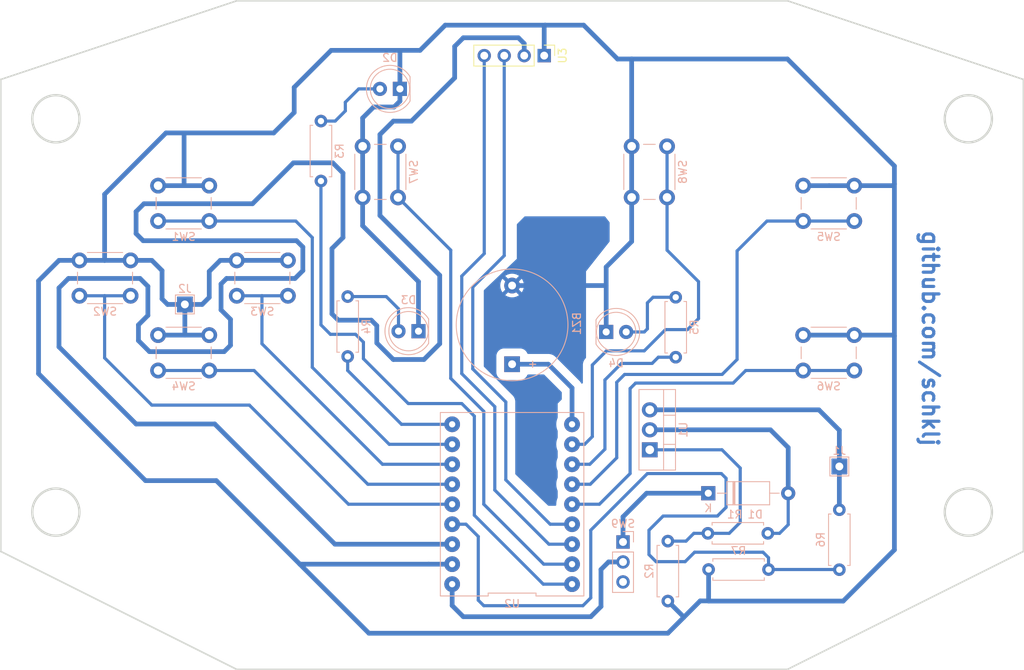
<source format=kicad_pcb>
(kicad_pcb (version 20240108) (generator "pcbnew") (generator_version "8.0")
  (title_block (title "TETRIS") (date "2025-03-30") (rev "2") (company "shklj"))
  (layers (0 "F.Cu" signal) (31 "B.Cu" signal) (34 "B.Paste" user) (35 "F.Paste" user) (36 "B.SilkS" user "B.Silkscreen") (37 "F.SilkS" user "F.Silkscreen") (38 "B.Mask" user) (39 "F.Mask" user) (44 "Edge.Cuts" user))
  (net 0 "")
  (net 1 "GND")
  (net 2 "Net-(D1-A)")
  (net 3 "Net-(D1-K)")
  (net 4 "Net-(D2-A)")
  (net 5 "Net-(D3-A)")
  (net 6 "Net-(D4-A)")
  (net 7 "Net-(J1-Pin_1)")
  (net 8 "Net-(U1-ADJ)")
  (net 10 "Buzzer")
  (net 11 "LED_Mute")
  (net 12 "LED_User_2")
  (net 13 "BUTT_Main_Menu")
  (net 14 "LED_User_1")
  (net 15 "BUTT_Up")
  (net 16 "BUTT_Action_A")
  (net 17 "BUTT_Action_B")
  (net 18 "BUTT_Mute")
  (net 19 "BATT_Voltage")
  (net 20 "BUTT_Left")
  (net 21 "BUTT_Right")
  (net 22 "BUTT_Down")
  (net 23 "+5V")
  (net 24 "SDA")
  (net 25 "+3.3V")
  (net 26 "SCL")
  (footprint "Connector_PinHeader_2.54mm:PinHeader_1x04_P2.54mm_Vertical" (layer "F.Cu") (at 154.08 41.97 -90)
    (property "Reference" "U3" (at 0 -2.33 90) (layer "F.SilkS"))
    (property "Value" "~")
    (pad "1" thru_hole rect (at 0 0 270) (size 1.7 1.7) (drill 1) (layers "*.Cu" "*.Mask") (net 1 "GND"))
    (pad "2" thru_hole oval (at 0 2.54 270) (size 1.7 1.7) (drill 1) (layers "*.Cu" "*.Mask") (net 25 "+3.3V"))
    (pad "3" thru_hole oval (at 0 5.08 270) (size 1.7 1.7) (drill 1) (layers "*.Cu" "*.Mask") (net 26 "SCL"))
    (pad "4" thru_hole oval (at 0 7.62 270) (size 1.7 1.7) (drill 1) (layers "*.Cu" "*.Mask") (net 24 "SDA"))
  )
  (footprint "Button_Switch_THT:SW_PUSH_6mm" (layer "B.Cu") (at 187 63)
    (property "Reference" "SW5" (at 3.25 2 0) (layer "B.SilkS") (effects (justify mirror)))
    (property "Value" "ACTION_A")
    (pad "1" thru_hole circle (at 0 0 270) (size 2 2) (drill 1.1) (layers "*.Cu" "*.Mask") (net 16 "BUTT_Action_A"))
    (pad "1" thru_hole circle (at 6.5 0 270) (size 2 2) (drill 1.1) (layers "*.Cu" "*.Mask") (net 16 "BUTT_Action_A"))
    (pad "2" thru_hole circle (at 0 -4.5 270) (size 2 2) (drill 1.1) (layers "*.Cu" "*.Mask") (net 1 "GND"))
    (pad "2" thru_hole circle (at 6.5 -4.5 270) (size 2 2) (drill 1.1) (layers "*.Cu" "*.Mask") (net 1 "GND"))
  )
  (footprint "Connector_PinHeader_2.54mm:PinHeader_1x03_P2.54mm_Vertical" (layer "B.Cu") (at 164.1 103.8 180)
    (property "Reference" "SW9" (at 0 2.33 0) (layer "B.SilkS") (effects (justify mirror)))
    (property "Value" "SW_SPDT_312")
    (pad "1" thru_hole rect (at 0 0 180) (size 1.7 1.7) (drill 1) (layers "*.Cu" "*.Mask") (net 3 "Net-(D1-K)"))
    (pad "2" thru_hole oval (at 0 -2.54 180) (size 1.7 1.7) (drill 1) (layers "*.Cu" "*.Mask") (net 23 "+5V"))
    (pad "3" thru_hole oval (at 0 -5.08 180) (size 1.7 1.7) (drill 1) (layers "*.Cu" "*.Mask"))
  )
  (footprint "Button_Switch_THT:SW_PUSH_6mm" (layer "B.Cu") (at 169.7 60 90)
    (property "Reference" "SW8" (at 3.25 2 90) (layer "B.SilkS") (effects (justify mirror)))
    (property "Value" "MAIN_MENU")
    (pad "1" thru_hole circle (at 0 0) (size 2 2) (drill 1.1) (layers "*.Cu" "*.Mask") (net 13 "BUTT_Main_Menu"))
    (pad "1" thru_hole circle (at 6.5 0) (size 2 2) (drill 1.1) (layers "*.Cu" "*.Mask") (net 13 "BUTT_Main_Menu"))
    (pad "2" thru_hole circle (at 0 -4.5) (size 2 2) (drill 1.1) (layers "*.Cu" "*.Mask") (net 1 "GND"))
    (pad "2" thru_hole circle (at 6.5 -4.5) (size 2 2) (drill 1.1) (layers "*.Cu" "*.Mask") (net 1 "GND"))
  )
  (footprint "Diode_THT:D_A-405_P10.16mm_Horizontal" (layer "B.Cu") (at 174.94 97.6)
    (property "Reference" "D1" (at 5.96 2.7 0) (layer "B.SilkS") (effects (justify mirror)))
    (property "Value" "D")
    (fp_text user "K" (at 0 1.9 0) (layer "B.SilkS") (effects (justify mirror)))
    (pad "1" thru_hole rect (at 0 0) (size 1.8 1.8) (drill 0.9) (layers "*.Cu" "*.Mask") (net 3 "Net-(D1-K)"))
    (pad "2" thru_hole oval (at 10.16 0) (size 1.8 1.8) (drill 0.9) (layers "*.Cu" "*.Mask") (net 2 "Net-(D1-A)"))
  )
  (footprint "Package_TO_SOT_THT:TO-220-3_Vertical" (layer "B.Cu") (at 167.5 92.08 90)
    (property "Reference" "U1" (at 2.54 4.27 90) (layer "B.SilkS") (effects (justify mirror)))
    (property "Value" "LM317_TO-220")
    (pad "1" thru_hole rect (at 0 0 90) (size 1.905 2) (drill 1.1) (layers "*.Cu" "*.Mask") (net 8 "Net-(U1-ADJ)"))
    (pad "2" thru_hole oval (at 2.54 0 90) (size 1.905 2) (drill 1.1) (layers "*.Cu" "*.Mask") (net 2 "Net-(D1-A)"))
    (pad "3" thru_hole oval (at 5.08 0 90) (size 1.905 2) (drill 1.1) (layers "*.Cu" "*.Mask") (net 7 "Net-(J1-Pin_1)"))
  )
  (footprint "Resistor_THT:R_Axial_DIN0207_L6.3mm_D2.5mm_P7.62mm_Horizontal" (layer "B.Cu") (at 170.8 80.31 90)
    (property "Reference" "R5" (at 3.81 2.37 90) (layer "B.SilkS") (effects (justify mirror)))
    (property "Value" "180")
    (pad "1" thru_hole circle (at 0 0 90) (size 1.6 1.6) (drill 0.8) (layers "*.Cu" "*.Mask") (net 14 "LED_User_1"))
    (pad "2" thru_hole oval (at 7.62 0 90) (size 1.6 1.6) (drill 0.8) (layers "*.Cu" "*.Mask") (net 6 "Net-(D4-A)"))
  )
  (footprint "LED_THT:LED_D5.0mm" (layer "B.Cu") (at 138.1 77 180)
    (property "Reference" "D3" (at 1.27 3.96 0) (layer "B.SilkS") (effects (justify mirror)))
    (property "Value" "LED_USER_2")
    (pad "1" thru_hole rect (at 0 0 180) (size 1.8 1.8) (drill 0.9) (layers "*.Cu" "*.Mask") (net 1 "GND"))
    (pad "2" thru_hole circle (at 2.54 0 180) (size 1.8 1.8) (drill 0.9) (layers "*.Cu" "*.Mask") (net 5 "Net-(D3-A)"))
  )
  (footprint "TestPoint:TestPoint_THTPad_2.0x2.0mm_Drill1.0mm" (layer "B.Cu") (at 108.4 73.6 180)
    (property "Reference" "J2" (at 0 1.998 0) (layer "B.SilkS") (effects (justify mirror)))
    (property "Value" "GND")
    (pad "1" thru_hole rect (at 0 0 180) (size 2 2) (drill 1) (layers "*.Cu" "*.Mask") (net 1 "GND"))
  )
  (footprint "Resistor_THT:R_Axial_DIN0207_L6.3mm_D2.5mm_P7.62mm_Horizontal" (layer "B.Cu") (at 191.6 99.7 -90)
    (property "Reference" "R6" (at 3.81 2.37 90) (layer "B.SilkS") (effects (justify mirror)))
    (property "Value" "5k1")
    (pad "1" thru_hole circle (at 0 0 270) (size 1.6 1.6) (drill 0.8) (layers "*.Cu" "*.Mask") (net 7 "Net-(J1-Pin_1)"))
    (pad "2" thru_hole oval (at 7.62 0 270) (size 1.6 1.6) (drill 0.8) (layers "*.Cu" "*.Mask") (net 19 "BATT_Voltage"))
  )
  (footprint "Button_Switch_THT:SW_PUSH_6mm" (layer "B.Cu") (at 187 82)
    (property "Reference" "SW6" (at 3.25 2 0) (layer "B.SilkS") (effects (justify mirror)))
    (property "Value" "ACTION_B")
    (pad "1" thru_hole circle (at 0 0 270) (size 2 2) (drill 1.1) (layers "*.Cu" "*.Mask") (net 17 "BUTT_Action_B"))
    (pad "1" thru_hole circle (at 6.5 0 270) (size 2 2) (drill 1.1) (layers "*.Cu" "*.Mask") (net 17 "BUTT_Action_B"))
    (pad "2" thru_hole circle (at 0 -4.5 270) (size 2 2) (drill 1.1) (layers "*.Cu" "*.Mask") (net 1 "GND"))
    (pad "2" thru_hole circle (at 6.5 -4.5 270) (size 2 2) (drill 1.1) (layers "*.Cu" "*.Mask") (net 1 "GND"))
  )
  (footprint "Button_Switch_THT:SW_PUSH_6mm" (layer "B.Cu") (at 105 82)
    (property "Reference" "SW4" (at 3.25 2 0) (layer "B.SilkS") (effects (justify mirror)))
    (property "Value" "DOWN")
    (pad "1" thru_hole circle (at 0 0 270) (size 2 2) (drill 1.1) (layers "*.Cu" "*.Mask") (net 22 "BUTT_Down"))
    (pad "1" thru_hole circle (at 6.5 0 270) (size 2 2) (drill 1.1) (layers "*.Cu" "*.Mask") (net 22 "BUTT_Down"))
    (pad "2" thru_hole circle (at 0 -4.5 270) (size 2 2) (drill 1.1) (layers "*.Cu" "*.Mask") (net 1 "GND"))
    (pad "2" thru_hole circle (at 6.5 -4.5 270) (size 2 2) (drill 1.1) (layers "*.Cu" "*.Mask") (net 1 "GND"))
  )
  (footprint "TestPoint:TestPoint_THTPad_2.0x2.0mm_Drill1.0mm" (layer "B.Cu") (at 191.6 94.2 180)
    (property "Reference" "J1" (at 0 1.998 0) (layer "B.SilkS") (effects (justify mirror)))
    (property "Value" "Vbatt")
    (pad "1" thru_hole rect (at 0 0 180) (size 2 2) (drill 1) (layers "*.Cu" "*.Mask") (net 7 "Net-(J1-Pin_1)"))
  )
  (footprint "RP2040:PR2040-Zero" (layer "B.Cu") (at 150 99 90)
    (property "Reference" "U2" (at -12.66 0 0) (layer "B.SilkS") (effects (justify mirror)))
    (property "Value" "~")
    (pad "1" thru_hole circle (at -10.16 -7.62 90) (size 2 2) (drill 0.8) (layers "*.Cu" "*.Mask") (net 23 "+5V"))
    (pad "2" thru_hole circle (at -7.62 -7.62 90) (size 2 2) (drill 0.8) (layers "*.Cu" "*.Mask") (net 1 "GND"))
    (pad "3" thru_hole circle (at -5.08 -7.62 90) (size 2 2) (drill 0.8) (layers "*.Cu" "*.Mask") (net 25 "+3.3V"))
    (pad "4" thru_hole circle (at -2.54 -7.62 90) (size 2 2) (drill 0.8) (layers "*.Cu" "*.Mask") (net 19 "BATT_Voltage"))
    (pad "5" thru_hole circle (at 0 -7.62 90) (size 2 2) (drill 0.8) (layers "*.Cu" "*.Mask") (net 21 "BUTT_Right"))
    (pad "6" thru_hole circle (at 2.54 -7.62 90) (size 2 2) (drill 0.8) (layers "*.Cu" "*.Mask") (net 22 "BUTT_Down"))
    (pad "7" thru_hole circle (at 5.08 -7.62 90) (size 2 2) (drill 0.8) (layers "*.Cu" "*.Mask") (net 20 "BUTT_Left"))
    (pad "8" thru_hole circle (at 7.62 -7.62 90) (size 2 2) (drill 0.8) (layers "*.Cu" "*.Mask") (net 15 "BUTT_Up"))
    (pad "9" thru_hole circle (at 10.16 -7.62 90) (size 2 2) (drill 0.8) (layers "*.Cu" "*.Mask") (net 12 "LED_User_2"))
    (pad "15" thru_hole circle (at 10.16 7.62 90) (size 2 2) (drill 0.8) (layers "*.Cu" "*.Mask") (net 10 "Buzzer"))
    (pad "16" thru_hole circle (at 7.62 7.62 90) (size 2 2) (drill 0.8) (layers "*.Cu" "*.Mask") (net 13 "BUTT_Main_Menu"))
    (pad "17" thru_hole circle (at 5.08 7.62 90) (size 2 2) (drill 0.8) (layers "*.Cu" "*.Mask") (net 14 "LED_User_1"))
    (pad "18" thru_hole circle (at 2.54 7.62 90) (size 2 2) (drill 0.8) (layers "*.Cu" "*.Mask") (net 16 "BUTT_Action_A"))
    (pad "19" thru_hole circle (at 0 7.62 90) (size 2 2) (drill 0.8) (layers "*.Cu" "*.Mask") (net 17 "BUTT_Action_B"))
    (pad "20" thru_hole circle (at -2.54 7.62 90) (size 2 2) (drill 0.8) (layers "*.Cu" "*.Mask") (net 26 "SCL"))
    (pad "21" thru_hole circle (at -5.08 7.62 90) (size 2 2) (drill 0.8) (layers "*.Cu" "*.Mask") (net 24 "SDA"))
    (pad "22" thru_hole circle (at -7.62 7.62 90) (size 2 2) (drill 0.8) (layers "*.Cu" "*.Mask") (net 18 "BUTT_Mute"))
    (pad "23" thru_hole circle (at -10.16 7.62 90) (size 2 2) (drill 0.8) (layers "*.Cu" "*.Mask") (net 11 "LED_Mute"))
  )
  (footprint "Resistor_THT:R_Axial_DIN0207_L6.3mm_D2.5mm_P7.62mm_Horizontal" (layer "B.Cu") (at 182.6 107.3 180)
    (property "Reference" "R7" (at 3.81 2.37 0) (layer "B.SilkS") (effects (justify mirror)))
    (property "Value" "5k1")
    (pad "1" thru_hole circle (at 0 0 180) (size 1.6 1.6) (drill 0.8) (layers "*.Cu" "*.Mask") (net 19 "BATT_Voltage"))
    (pad "2" thru_hole oval (at 7.62 0 180) (size 1.6 1.6) (drill 0.8) (layers "*.Cu" "*.Mask") (net 1 "GND"))
  )
  (footprint "LED_THT:LED_D5.0mm" (layer "B.Cu") (at 135.74 46.2 180)
    (property "Reference" "D2" (at 1.27 3.96 0) (layer "B.SilkS") (effects (justify mirror)))
    (property "Value" "LED_MUTE")
    (pad "1" thru_hole rect (at 0 0 180) (size 1.8 1.8) (drill 0.9) (layers "*.Cu" "*.Mask") (net 1 "GND"))
    (pad "2" thru_hole circle (at 2.54 0 180) (size 1.8 1.8) (drill 0.9) (layers "*.Cu" "*.Mask") (net 4 "Net-(D2-A)"))
  )
  (footprint "Button_Switch_THT:SW_PUSH_6mm" (layer "B.Cu") (at 135.5 60 90)
    (property "Reference" "SW7" (at 3.25 2 90) (layer "B.SilkS") (effects (justify mirror)))
    (property "Value" "MUTE")
    (pad "1" thru_hole circle (at 0 0) (size 2 2) (drill 1.1) (layers "*.Cu" "*.Mask") (net 18 "BUTT_Mute"))
    (pad "1" thru_hole circle (at 6.5 0) (size 2 2) (drill 1.1) (layers "*.Cu" "*.Mask") (net 18 "BUTT_Mute"))
    (pad "2" thru_hole circle (at 0 -4.5) (size 2 2) (drill 1.1) (layers "*.Cu" "*.Mask") (net 1 "GND"))
    (pad "2" thru_hole circle (at 6.5 -4.5) (size 2 2) (drill 1.1) (layers "*.Cu" "*.Mask") (net 1 "GND"))
  )
  (footprint "Button_Switch_THT:SW_PUSH_6mm" (layer "B.Cu") (at 105 63)
    (property "Reference" "SW1" (at 3.25 2 0) (layer "B.SilkS") (effects (justify mirror)))
    (property "Value" "UP")
    (pad "1" thru_hole circle (at 0 0 270) (size 2 2) (drill 1.1) (layers "*.Cu" "*.Mask") (net 15 "BUTT_Up"))
    (pad "1" thru_hole circle (at 6.5 0 270) (size 2 2) (drill 1.1) (layers "*.Cu" "*.Mask") (net 15 "BUTT_Up"))
    (pad "2" thru_hole circle (at 0 -4.5 270) (size 2 2) (drill 1.1) (layers "*.Cu" "*.Mask") (net 1 "GND"))
    (pad "2" thru_hole circle (at 6.5 -4.5 270) (size 2 2) (drill 1.1) (layers "*.Cu" "*.Mask") (net 1 "GND"))
  )
  (footprint "Resistor_THT:R_Axial_DIN0207_L6.3mm_D2.5mm_P7.62mm_Horizontal" (layer "B.Cu") (at 169.8 103.69 -90)
    (property "Reference" "R2" (at 3.81 2.37 90) (layer "B.SilkS") (effects (justify mirror)))
    (property "Value" "8k2")
    (pad "1" thru_hole circle (at 0 0 270) (size 1.6 1.6) (drill 0.8) (layers "*.Cu" "*.Mask") (net 8 "Net-(U1-ADJ)"))
    (pad "2" thru_hole oval (at 7.62 0 270) (size 1.6 1.6) (drill 0.8) (layers "*.Cu" "*.Mask") (net 1 "GND"))
  )
  (footprint "Resistor_THT:R_Axial_DIN0207_L6.3mm_D2.5mm_P7.62mm_Horizontal" (layer "B.Cu") (at 125.7 57.91 90)
    (property "Reference" "R3" (at 3.81 2.37 90) (layer "B.SilkS") (effects (justify mirror)))
    (property "Value" "180")
    (pad "1" thru_hole circle (at 0 0 90) (size 1.6 1.6) (drill 0.8) (layers "*.Cu" "*.Mask") (net 11 "LED_Mute"))
    (pad "2" thru_hole oval (at 7.62 0 90) (size 1.6 1.6) (drill 0.8) (layers "*.Cu" "*.Mask") (net 4 "Net-(D2-A)"))
  )
  (footprint "Resistor_THT:R_Axial_DIN0207_L6.3mm_D2.5mm_P7.62mm_Horizontal" (layer "B.Cu") (at 129.1 80.22 90)
    (property "Reference" "R4" (at 3.81 2.37 90) (layer "B.SilkS") (effects (justify mirror)))
    (property "Value" "180")
    (pad "1" thru_hole circle (at 0 0 90) (size 1.6 1.6) (drill 0.8) (layers "*.Cu" "*.Mask") (net 12 "LED_User_2"))
    (pad "2" thru_hole oval (at 7.62 0 90) (size 1.6 1.6) (drill 0.8) (layers "*.Cu" "*.Mask") (net 5 "Net-(D3-A)"))
  )
  (footprint "Resistor_THT:R_Axial_DIN0207_L6.3mm_D2.5mm_P7.62mm_Horizontal" (layer "B.Cu") (at 182.51 102.7 180)
    (property "Reference" "R1" (at 4.21 2.4 0) (layer "B.SilkS") (effects (justify mirror)))
    (property "Value" "3k")
    (pad "1" thru_hole circle (at 0 0 180) (size 1.6 1.6) (drill 0.8) (layers "*.Cu" "*.Mask") (net 2 "Net-(D1-A)"))
    (pad "2" thru_hole oval (at 7.62 0 180) (size 1.6 1.6) (drill 0.8) (layers "*.Cu" "*.Mask") (net 8 "Net-(U1-ADJ)"))
  )
  (footprint "Button_Switch_THT:SW_PUSH_6mm" (layer "B.Cu") (at 95 72.5)
    (property "Reference" "SW2" (at 3.25 2 0) (layer "B.SilkS") (effects (justify mirror)))
    (property "Value" "RIGHT")
    (pad "1" thru_hole circle (at 0 0 270) (size 2 2) (drill 1.1) (layers "*.Cu" "*.Mask") (net 21 "BUTT_Right"))
    (pad "1" thru_hole circle (at 6.5 0 270) (size 2 2) (drill 1.1) (layers "*.Cu" "*.Mask") (net 21 "BUTT_Right"))
    (pad "2" thru_hole circle (at 0 -4.5 270) (size 2 2) (drill 1.1) (layers "*.Cu" "*.Mask") (net 1 "GND"))
    (pad "2" thru_hole circle (at 6.5 -4.5 270) (size 2 2) (drill 1.1) (layers "*.Cu" "*.Mask") (net 1 "GND"))
  )
  (footprint "Button_Switch_THT:SW_PUSH_6mm" (layer "B.Cu") (at 115 72.5)
    (property "Reference" "SW3" (at 3.25 2 0) (layer "B.SilkS") (effects (justify mirror)))
    (property "Value" "LEFT")
    (pad "1" thru_hole circle (at 0 0 270) (size 2 2) (drill 1.1) (layers "*.Cu" "*.Mask") (net 20 "BUTT_Left"))
    (pad "1" thru_hole circle (at 6.5 0 270) (size 2 2) (drill 1.1) (layers "*.Cu" "*.Mask") (net 20 "BUTT_Left"))
    (pad "2" thru_hole circle (at 0 -4.5 270) (size 2 2) (drill 1.1) (layers "*.Cu" "*.Mask") (net 1 "GND"))
    (pad "2" thru_hole circle (at 6.5 -4.5 270) (size 2 2) (drill 1.1) (layers "*.Cu" "*.Mask") (net 1 "GND"))
  )
  (footprint "LED_THT:LED_D5.0mm" (layer "B.Cu") (at 161.96 77.1)
    (property "Reference" "D4" (at 1.27 3.96 0) (layer "B.SilkS") (effects (justify mirror)))
    (property "Value" "LED_USER_1")
    (pad "1" thru_hole rect (at 0 0) (size 1.8 1.8) (drill 0.9) (layers "*.Cu" "*.Mask") (net 1 "GND"))
    (pad "2" thru_hole circle (at 2.54 0) (size 1.8 1.8) (drill 0.9) (layers "*.Cu" "*.Mask") (net 6 "Net-(D4-A)"))
  )
  (footprint "Buzzer_Beeper:Buzzer_D14mm_H7mm_P10mm" (layer "B.Cu") (at 150 81.2 90)
    (property "Reference" "BZ1" (at 5.16 8.23 90) (layer "B.SilkS") (effects (justify mirror)))
    (property "Value" "Buzzer")
    (fp_text user "+" (at -0.01 2.54 90) (layer "B.SilkS") (effects (justify mirror)))
    (pad "1" thru_hole rect (at 0 0 90) (size 2 2) (drill 1) (layers "*.Cu" "*.Mask") (net 10 "Buzzer"))
    (pad "2" thru_hole circle (at 10 0 90) (size 2 2) (drill 1) (layers "*.Cu" "*.Mask") (net 1 "GND"))
  )
  (gr_circle (center 208 50) (end 211 50) (stroke (width 0.3)) (fill none) (layer "Edge.Cuts"))
  (gr_line (start 185 35) (end 215 45) (stroke (width 0.2)) (layer "Edge.Cuts"))
  (gr_circle (center 92 100) (end 95 100) (stroke (width 0.3)) (fill none) (layer "Edge.Cuts"))
  (gr_circle (center 92 50) (end 95 50) (stroke (width 0.3)) (fill none) (layer "Edge.Cuts"))
  (gr_line (start 115 120) (end 85 105) (stroke (width 0.2)) (layer "Edge.Cuts"))
  (gr_line (start 115 35) (end 185 35) (stroke (width 0.2)) (layer "Edge.Cuts"))
  (gr_line (start 115 120) (end 185 120) (stroke (width 0.2)) (layer "Edge.Cuts"))
  (gr_line (start 115 35) (end 85 45) (stroke (width 0.2)) (layer "Edge.Cuts"))
  (gr_line (start 185 120) (end 215 105) (stroke (width 0.2)) (layer "Edge.Cuts"))
  (gr_line (start 85 45) (end 85 105) (stroke (width 0.2)) (layer "Edge.Cuts"))
  (gr_circle (center 208 100) (end 211 100) (stroke (width 0.3)) (fill none) (layer "Edge.Cuts"))
  (gr_line (start 215 45) (end 215 105) (stroke (width 0.2)) (layer "Edge.Cuts"))
  (gr_text "github.com/schklj" (at 202 64 -90) (layer "B.Cu") (effects (font (size 2 2) (thickness 0.4) (bold yes)) (justify left bottom)))
  (segment (start 89.8 82.4) (end 89.8 70.6) (width 0.6) (layer "B.Cu") (net 1))
  (segment (start 108.3 58.4) (end 108.3 52) (width 0.6) (layer "B.Cu") (net 1))
  (segment (start 92.4 68) (end 95 68) (width 0.6) (layer "B.Cu") (net 1))
  (segment (start 108.4 73.6) (end 106.2 73.6) (width 0.6) (layer "B.Cu") (net 1))
  (segment (start 110.6 73.6) (end 108.4 73.6) (width 0.6) (layer "B.Cu") (net 1))
  (segment (start 89.8 70.6) (end 92.4 68) (width 0.6) (layer "B.Cu") (net 1))
  (segment (start 112.4 96) (end 103.4 96) (width 0.6) (layer "B.Cu") (net 1))
  (segment (start 135.74 41.34) (end 135.7 41.3) (width 0.6) (layer "B.Cu") (net 1))
  (segment (start 123.02 106.62) (end 112.4 96) (width 0.6) (layer "B.Cu") (net 1))
  (segment (start 141.5 38.1) (end 154.2 38.1) (width 0.6) (layer "B.Cu") (net 1))
  (segment (start 198.6 104.8) (end 198.6 77.6) (width 0.6) (layer "B.Cu") (net 1))
  (segment (start 115 68) (end 121.5 68) (width 0.6) (layer "B.Cu") (net 1))
  (segment (start 131 63.6) (end 138.1 70.7) (width 0.6) (layer "B.Cu") (net 1))
  (segment (start 169.8 111.31) (end 171.8 113.31) (width 0.6) (layer "B.Cu") (net 1))
  (segment (start 135.7 41.3) (end 138.3 41.3) (width 0.6) (layer "B.Cu") (net 1))
  (segment (start 159.1 38.1) (end 163.4 42.4) (width 0.6) (layer "B.Cu") (net 1))
  (segment (start 131 49.9) (end 131 53.5) (width 0.6) (layer "B.Cu") (net 1))
  (segment (start 198.6 77.6) (end 198.6 58.3) (width 0.6) (layer "B.Cu") (net 1))
  (segment (start 163.4 42.4) (end 165.2 42.4) (width 0.6) (layer "B.Cu") (net 1))
  (segment (start 131.8 115.4) (end 169.8 115.4) (width 0.6) (layer "B.Cu") (net 1))
  (segment (start 106 51.8) (end 119.7 51.8) (width 0.6) (layer "B.Cu") (net 1))
  (segment (start 135.74 46.2) (end 135.74 41.34) (width 0.6) (layer "B.Cu") (net 1))
  (segment (start 154.08 41.97) (end 154.08 38.22) (width 0.6) (layer "B.Cu") (net 1))
  (segment (start 103.4 96) (end 89.8 82.4) (width 0.6) (layer "B.Cu") (net 1))
  (segment (start 154.08 38.22) (end 154.2 38.1) (width 0.6) (layer "B.Cu") (net 1))
  (segment (start 115 68) (end 112.9 68) (width 0.6) (layer "B.Cu") (net 1))
  (segment (start 187 77.5) (end 193.5 77.5) (width 0.6) (layer "B.Cu") (net 1))
  (segment (start 122.3 46) (end 127 41.3) (width 0.6) (layer "B.Cu") (net 1))
  (segment (start 105.5 69.3) (end 104.2 68) (width 0.6) (layer "B.Cu") (net 1))
  (segment (start 198.6 56) (end 198.6 58.3) (width 0.6) (layer "B.Cu") (net 1))
  (segment (start 161.96 71.2) (end 161.96 68.84) (width 0.6) (layer "B.Cu") (net 1))
  (segment (start 193.5 58.5) (end 190.3 58.5) (width 0.6) (layer "B.Cu") (net 1))
  (segment (start 127 41.3) (end 135.7 41.3) (width 0.6) (layer "B.Cu") (net 1))
  (segment (start 161.96 77.1) (end 161.96 71.2) (width 0.6) (layer "B.Cu") (net 1))
  (segment (start 132.4 48.5) (end 131 49.9) (width 0.6) (layer "B.Cu") (net 1))
  (segment (start 111.5 58.5) (end 108.2 58.5) (width 0.6) (layer "B.Cu") (net 1))
  (segment (start 190.3 58.5) (end 187 58.5) (width 0.6) (layer "B.Cu") (net 1))
  (segment (start 98.2 68) (end 98.2 59.6) (width 0.6) (layer "B.Cu") (net 1))
  (segment (start 122.3 49.2) (end 122.3 46) (width 0.6) (layer "B.Cu") (net 1))
  (segment (start 192.09 111.31) (end 198.6 104.8) (width 0.6) (layer "B.Cu") (net 1))
  (segment (start 112.9 68) (end 111.5 69.4) (width 0.6) (layer "B.Cu") (net 1))
  (segment (start 108.2 58.5) (end 105 58.5) (width 0.6) (layer "B.Cu") (net 1))
  (segment (start 111.5 69.4) (end 111.5 72.7) (width 0.6) (layer "B.Cu") (net 1))
  (segment (start 98.2 68) (end 101.5 68) (width 0.6) (layer "B.Cu") (net 1))
  (segment (start 154.2 38.1) (end 159.1 38.1) (width 0.6) (layer "B.Cu") (net 1))
  (segment (start 193.5 58.5) (end 198.4 58.5) (width 0.6) (layer "B.Cu") (net 1))
  (segment (start 123.02 106.62) (end 131.8 115.4) (width 0.6) (layer "B.Cu") (net 1))
  (segment (start 138.3 41.3) (end 141.5 38.1) (width 0.6) (layer "B.Cu") (net 1))
  (segment (start 104.2 68) (end 101.5 68) (width 0.6) (layer "B.Cu") (net 1))
  (segment (start 175 111.31) (end 192.09 111.31) (width 0.6) (layer "B.Cu") (net 1))
  (segment (start 185 42.4) (end 198.6 56) (width 0.6) (layer "B.Cu") (net 1))
  (segment (start 161.96 68.84) (end 165.2 65.6) (width 0.6) (layer "B.Cu") (net 1))
  (segment (start 119.7 51.8) (end 122.3 49.2) (width 0.6) (layer "B.Cu") (net 1))
  (segment (start 171.8 113.4) (end 173.91 111.29) (width 0.6) (layer "B.Cu") (net 1))
  (segment (start 174.98 111.29) (end 174.98 107.3) (width 0.6) (layer "B.Cu") (net 1))
  (segment (start 95 68) (end 98.2 68) (width 0.6) (layer "B.Cu") (net 1))
  (segment (start 131 60) (end 131 63.6) (width 0.6) (layer "B.Cu") (net 1))
  (segment (start 142.38 106.62) (end 139.4 106.62) (width 0.6) (layer "B.Cu") (net 1))
  (segment (start 193.5 77.5) (end 198.5 77.5) (width 0.6) (layer "B.Cu") (net 1))
  (segment (start 165.2 42.4) (end 185 42.4) (width 0.6) (layer "B.Cu") (net 1))
  (segment (start 139.4 106.62) (end 123.02 106.62) (width 0.6) (layer "B.Cu") (net 1))
  (segment (start 165.2 65.6) (end 165.2 60) (width 0.6) (layer "B.Cu") (net 1))
  (segment (start 173.91 111.29) (end 174.98 111.29) (width 0.6) (layer "B.Cu") (net 1))
  (segment (start 106.2 73.6) (end 105.5 72.9) (width 0.6) (layer "B.Cu") (net 1))
  (segment (start 138.1 70.7) (end 138.1 77) (width 0.6) (layer "B.Cu") (net 1))
  (segment (start 165.2 60) (end 165.2 53.5) (width 0.6) (layer "B.Cu") (net 1))
  (segment (start 135.74 46.2) (end 135.74 47.76) (width 0.6) (layer "B.Cu") (net 1))
  (segment (start 111.5 72.7) (end 110.6 73.6) (width 0.6) (layer "B.Cu") (net 1))
  (segment (start 165.2 53.5) (end 165.2 42.4) (width 0.6) (layer "B.Cu") (net 1))
  (segment (start 108.4 73.6) (end 108.4 77.5) (width 0.6) (layer "B.Cu") (net 1))
  (segment (start 108.4 77.5) (end 111.5 77.5) (width 0.6) (layer "B.Cu") (net 1))
  (segment (start 131 60) (end 131 53.5) (width 0.6) (layer "B.Cu") (net 1))
  (segment (start 135.74 47.76) (end 135 48.5) (width 0.6) (layer "B.Cu") (net 1))
  (segment (start 135 48.5) (end 132.4 48.5) (width 0.6) (layer "B.Cu") (net 1))
  (segment (start 150 71.2) (end 161.96 71.2) (width 0.6) (layer "B.Cu") (net 1))
  (segment (start 105 77.5) (end 108.4 77.5) (width 0.6) (layer "B.Cu") (net 1))
  (segment (start 169.8 115.4) (end 171.8 113.4) (width 0.6) (layer "B.Cu") (net 1))
  (segment (start 98.2 59.6) (end 106 51.8) (width 0.6) (layer "B.Cu") (net 1))
  (segment (start 105.5 72.9) (end 105.5 69.3) (width 0.6) (layer "B.Cu") (net 1))
  (segment (start 185.1 101.6) (end 185.1 97.6) (width 0.4) (layer "B.Cu") (net 2))
  (segment (start 182.84 89.54) (end 185.1 91.8) (width 0.6) (layer "B.Cu") (net 2))
  (segment (start 167.5 89.54) (end 182.84 89.54) (width 0.6) (layer "B.Cu") (net 2))
  (segment (start 184 102.7) (end 185.1 101.6) (width 0.4) (layer "B.Cu") (net 2))
  (segment (start 182.51 102.7) (end 184 102.7) (width 0.4) (layer "B.Cu") (net 2))
  (segment (start 185.1 91.8) (end 185.1 97.6) (width 0.6) (layer "B.Cu") (net 2))
  (segment (start 164.1 100.6) (end 164.1 103.8) (width 0.6) (layer "B.Cu") (net 3))
  (segment (start 167.1 97.6) (end 164.1 100.6) (width 0.6) (layer "B.Cu") (net 3))
  (segment (start 174.94 97.6) (end 167.1 97.6) (width 0.6) (layer "B.Cu") (net 3))
  (segment (start 133.2 46.2) (end 130.5 46.2) (width 0.4) (layer "B.Cu") (net 4))
  (segment (start 128.8 49) (end 127.51 50.29) (width 0.4) (layer "B.Cu") (net 4))
  (segment (start 125.7 50.29) (end 127.51 50.29) (width 0.4) (layer "B.Cu") (net 4))
  (segment (start 128.8 47.9) (end 128.8 49) (width 0.4) (layer "B.Cu") (net 4))
  (segment (start 130.5 46.2) (end 128.8 47.9) (width 0.4) (layer "B.Cu") (net 4))
  (segment (start 134 72.6) (end 129.1 72.6) (width 0.4) (layer "B.Cu") (net 5))
  (segment (start 135.56 77) (end 135.56 74.16) (width 0.4) (layer "B.Cu") (net 5))
  (segment (start 134 72.6) (end 135.56 74.16) (width 0.4) (layer "B.Cu") (net 5))
  (segment (start 167.2 76.7) (end 167.2 73.4) (width 0.4) (layer "B.Cu") (net 6))
  (segment (start 164.5 77.1) (end 166.8 77.1) (width 0.4) (layer "B.Cu") (net 6))
  (segment (start 167.91 72.69) (end 170.8 72.69) (width 0.4) (layer "B.Cu") (net 6))
  (segment (start 166.8 77.1) (end 167.2 76.7) (width 0.4) (layer "B.Cu") (net 6))
  (segment (start 167.2 73.4) (end 167.91 72.69) (width 0.4) (layer "B.Cu") (net 6))
  (segment (start 191.6 94.2) (end 191.6 89.6) (width 0.6) (layer "B.Cu") (net 7))
  (segment (start 191.6 89.6) (end 189 87) (width 0.6) (layer "B.Cu") (net 7))
  (segment (start 189 87) (end 167.5 87) (width 0.6) (layer "B.Cu") (net 7))
  (segment (start 191.6 94.2) (end 191.6 99.7) (width 0.6) (layer "B.Cu") (net 7))
  (segment (start 173.1 102.7) (end 174.89 102.7) (width 0.4) (layer "B.Cu") (net 8))
  (segment (start 179 101.3) (end 177.6 102.7) (width 0.4) (layer "B.Cu") (net 8))
  (segment (start 176.68 92.08) (end 179 94.4) (width 0.4) (layer "B.Cu") (net 8))
  (segment (start 169.8 103.69) (end 172.11 103.69) (width 0.4) (layer "B.Cu") (net 8))
  (segment (start 179 94.4) (end 179 101.3) (width 0.4) (layer "B.Cu") (net 8))
  (segment (start 172.11 103.69) (end 173.1 102.7) (width 0.4) (layer "B.Cu") (net 8))
  (segment (start 167.5 92.08) (end 176.68 92.08) (width 0.4) (layer "B.Cu") (net 8))
  (segment (start 177.6 102.7) (end 174.89 102.7) (width 0.4) (layer "B.Cu") (net 8))
  (segment (start 150 81.2) (end 154.6 81.2) (width 0.6) (layer "B.Cu") (net 10))
  (segment (start 157.62 84.22) (end 157.62 88.84) (width 0.6) (layer "B.Cu") (net 10))
  (segment (start 154.6 81.2) (end 157.62 84.22) (width 0.6) (layer "B.Cu") (net 10))
  (segment (start 125.7 57.91) (end 125.7 76.2) (width 0.4) (layer "B.Cu") (net 11))
  (segment (start 131.1 78.4) (end 131.1 80.5) (width 0.4) (layer "B.Cu") (net 11))
  (segment (start 131.1 80.5) (end 136.8 86.2) (width 0.4) (layer "B.Cu") (net 11))
  (segment (start 126.9 77.4) (end 130.1 77.4) (width 0.4) (layer "B.Cu") (net 11))
  (segment (start 130.1 77.4) (end 131.1 78.4) (width 0.4) (layer "B.Cu") (net 11))
  (segment (start 145.2 87.8) (end 145.2 100.4) (width 0.4) (layer "B.Cu") (net 11))
  (segment (start 136.8 86.2) (end 143.6 86.2) (width 0.4) (layer "B.Cu") (net 11))
  (segment (start 143.6 86.2) (end 145.2 87.8) (width 0.4) (layer "B.Cu") (net 11))
  (segment (start 125.7 76.2) (end 126.9 77.4) (width 0.4) (layer "B.Cu") (net 11))
  (segment (start 145.2 100.4) (end 153.96 109.16) (width 0.4) (layer "B.Cu") (net 11))
  (segment (start 153.96 109.16) (end 157.62 109.16) (width 0.4) (layer "B.Cu") (net 11))
  (segment (start 129.1 80.22) (end 129.1 82) (width 0.4) (layer "B.Cu") (net 12))
  (segment (start 129.1 82) (end 135.94 88.84) (width 0.4) (layer "B.Cu") (net 12))
  (segment (start 135.94 88.84) (end 142.38 88.84) (width 0.4) (layer "B.Cu") (net 12))
  (segment (start 166.8 79.5) (end 162 79.5) (width 0.4) (layer "B.Cu") (net 13))
  (segment (start 173.7 75.4) (end 172.3 76.8) (width 0.4) (layer "B.Cu") (net 13))
  (segment (start 173.7 70.7) (end 173.7 75.4) (width 0.4) (layer "B.Cu") (net 13))
  (segment (start 172.3 76.8) (end 169.5 76.8) (width 0.4) (layer "B.Cu") (net 13))
  (segment (start 160.2 81.3) (end 160.2 90.4) (width 0.4) (layer "B.Cu") (net 13))
  (segment (start 169.7 60) (end 169.7 66.7) (width 0.4) (layer "B.Cu") (net 13))
  (segment (start 169.7 60) (end 169.7 53.5) (width 0.4) (layer "B.Cu") (net 13))
  (segment (start 169.5 76.8) (end 166.8 79.5) (width 0.4) (layer "B.Cu") (net 13))
  (segment (start 162 79.5) (end 160.2 81.3) (width 0.4) (layer "B.Cu") (net 13))
  (segment (start 160.2 90.4) (end 159.22 91.38) (width 0.4) (layer "B.Cu") (net 13))
  (segment (start 159.22 91.38) (end 157.62 91.38) (width 0.4) (layer "B.Cu") (net 13))
  (segment (start 169.7 66.7) (end 173.7 70.7) (width 0.4) (layer "B.Cu") (net 13))
  (segment (start 157.62 93.92) (end 159.88 93.92) (width 0.4) (layer "B.Cu") (net 14))
  (segment (start 159.88 93.92) (end 161.8 92) (width 0.4) (layer "B.Cu") (net 14))
  (segment (start 168.59 80.31) (end 170.8 80.31) (width 0.4) (layer "B.Cu") (net 14))
  (segment (start 161.8 83.2) (end 163.9 81.1) (width 0.4) (layer "B.Cu") (net 14))
  (segment (start 167.8 81.1) (end 168.59 80.31) (width 0.4) (layer "B.Cu") (net 14))
  (segment (start 163.9 81.1) (end 167.8 81.1) (width 0.4) (layer "B.Cu") (net 14))
  (segment (start 161.8 92) (end 161.8 83.2) (width 0.4) (layer "B.Cu") (net 14))
  (segment (start 124.6 81.6) (end 124.6 65.1) (width 0.4) (layer "B.Cu") (net 15))
  (segment (start 134.38 91.38) (end 124.6 81.6) (width 0.4) (layer "B.Cu") (net 15))
  (segment (start 105 63) (end 111.5 63) (width 0.4) (layer "B.Cu") (net 15))
  (segment (start 124.6 65.1) (end 122.5 63) (width 0.4) (layer "B.Cu") (net 15))
  (segment (start 142.38 91.38) (end 134.38 91.38) (width 0.4) (layer "B.Cu") (net 15))
  (segment (start 122.5 63) (end 111.5 63) (width 0.4) (layer "B.Cu") (net 15))
  (segment (start 157.62 96.46) (end 159.94 96.46) (width 0.4) (layer "B.Cu") (net 16))
  (segment (start 178.6 80.6) (end 178.6 66.8) (width 0.4) (layer "B.Cu") (net 16))
  (segment (start 164.3 82.5) (end 176.7 82.5) (width 0.4) (layer "B.Cu") (net 16))
  (segment (start 159.94 96.46) (end 163.3 93.1) (width 0.4) (layer "B.Cu") (net 16))
  (segment (start 178.6 66.8) (end 182.4 63) (width 0.4) (layer "B.Cu") (net 16))
  (segment (start 193.5 63) (end 187 63) (width 0.4) (layer "B.Cu") (net 16))
  (segment (start 163.3 93.1) (end 163.3 83.5) (width 0.4) (layer "B.Cu") (net 16))
  (segment (start 182.4 63) (end 187 63) (width 0.4) (layer "B.Cu") (net 16))
  (segment (start 163.3 83.5) (end 164.3 82.5) (width 0.4) (layer "B.Cu") (net 16))
  (segment (start 176.7 82.5) (end 178.6 80.6) (width 0.4) (layer "B.Cu") (net 16))
  (segment (start 179.7 82) (end 187 82) (width 0.4) (layer "B.Cu") (net 17))
  (segment (start 178.1 83.6) (end 179.7 82) (width 0.4) (layer "B.Cu") (net 17))
  (segment (start 161.1 99) (end 165 95.1) (width 0.4) (layer "B.Cu") (net 17))
  (segment (start 157.62 99) (end 161.1 99) (width 0.4) (layer "B.Cu") (net 17))
  (segment (start 165 95.1) (end 165 84.3) (width 0.4) (layer "B.Cu") (net 17))
  (segment (start 187 82) (end 193.5 82) (width 0.4) (layer "B.Cu") (net 17))
  (segment (start 165.7 83.6) (end 178.1 83.6) (width 0.4) (layer "B.Cu") (net 17))
  (segment (start 165 84.3) (end 165.7 83.6) (width 0.4) (layer "B.Cu") (net 17))
  (segment (start 142.2 83) (end 142.2 66.7) (width 0.4) (layer "B.Cu") (net 18))
  (segment (start 157.62 106.62) (end 154.02 106.62) (width 0.4) (layer "B.Cu") (net 18))
  (segment (start 142.2 66.7) (end 135.5 60) (width 0.4) (layer "B.Cu") (net 18))
  (segment (start 146.4 99) (end 146.4 87.2) (width 0.4) (layer "B.Cu") (net 18))
  (segment (start 135.5 60) (end 135.5 53.5) (width 0.4) (layer "B.Cu") (net 18))
  (segment (start 146.4 87.2) (end 142.2 83) (width 0.4) (layer "B.Cu") (net 18))
  (segment (start 154.02 106.62) (end 146.4 99) (width 0.4) (layer "B.Cu") (net 18))
  (segment (start 144.14 101.54) (end 145.7 103.1) (width 0.4) (layer "B.Cu") (net 19))
  (segment (start 167.4 102.3) (end 167.4 105.4) (width 0.4) (layer "B.Cu") (net 19))
  (segment (start 160 110.9) (end 160 102.3) (width 0.4) (layer "B.Cu") (net 19))
  (segment (start 167.2 95.1) (end 176.6 95.1) (width 0.4) (layer "B.Cu") (net 19))
  (segment (start 191.58 107.3) (end 191.6 107.32) (width 0.4) (layer "B.Cu") (net 19))
  (segment (start 176.1 100.5) (end 169.2 100.5) (width 0.4) (layer "B.Cu") (net 19))
  (segment (start 145.7 111.2) (end 146.4 111.9) (width 0.4) (layer "B.Cu") (net 19))
  (segment (start 182.6 105.8) (end 182.6 107.3) (width 0.4) (layer "B.Cu") (net 19))
  (segment (start 169.2 100.5) (end 167.4 102.3) (width 0.4) (layer "B.Cu") (net 19))
  (segment (start 160 102.3) (end 167.2 95.1) (width 0.4) (layer "B.Cu") (net 19))
  (segment (start 182.6 107.3) (end 191.58 107.3) (width 0.4) (layer "B.Cu") (net 19))
  (segment (start 142.38 101.54) (end 144.14 101.54) (width 0.4) (layer "B.Cu") (net 19))
  (segment (start 176.6 95.1) (end 177.2 95.7) (width 0.4) (layer "B.Cu") (net 19))
  (segment (start 168.3 106.3) (end 172 106.3) (width 0.4) (layer "B.Cu") (net 19))
  (segment (start 145.7 103.1) (end 145.7 111.2) (width 0.4) (layer "B.Cu") (net 19))
  (segment (start 181.9 105.1) (end 182.6 105.8) (width 0.4) (layer "B.Cu") (net 19))
  (segment (start 173.2 105.1) (end 181.9 105.1) (width 0.4) (layer "B.Cu") (net 19))
  (segment (start 172 106.3) (end 173.2 105.1) (width 0.4) (layer "B.Cu") (net 19))
  (segment (start 159 111.9) (end 160 110.9) (width 0.4) (layer "B.Cu") (net 19))
  (segment (start 146.4 111.9) (end 159 111.9) (width 0.4) (layer "B.Cu") (net 19))
  (segment (start 177.2 99.4) (end 176.1 100.5) (width 0.4) (layer "B.Cu") (net 19))
  (segment (start 167.4 105.4) (end 168.3 106.3) (width 0.4) (layer "B.Cu") (net 19))
  (segment (start 177.2 95.7) (end 177.2 99.4) (width 0.4) (layer "B.Cu") (net 19))
  (segment (start 118.2 78.6) (end 133.52 93.92) (width 0.4) (layer "B.Cu") (net 20))
  (segment (start 118.2 72.5) (end 118.2 78.6) (width 0.4) (layer "B.Cu") (net 20))
  (segment (start 118.2 72.5) (end 121.5 72.5) (width 0.4) (layer "B.Cu") (net 20))
  (segment (start 115 72.5) (end 118.2 72.5) (width 0.4) (layer "B.Cu") (net 20))
  (segment (start 133.52 93.92) (end 142.38 93.92) (width 0.4) (layer "B.Cu") (net 20))
  (segment (start 142.38 99) (end 129.2 99) (width 0.4) (layer "B.Cu") (net 21))
  (segment (start 129.2 99) (end 116.6 86.4) (width 0.4) (layer "B.Cu") (net 21))
  (segment (start 95 72.5) (end 98.2 72.5) (width 0.4) (layer "B.Cu") (net 21))
  (segment (start 104.2 86.4) (end 98.2 80.4) (width 0.4) (layer "B.Cu") (net 21))
  (segment (start 98.2 72.5) (end 101.5 72.5) (width 0.4) (layer "B.Cu") (net 21))
  (segment (start 116.6 86.4) (end 104.2 86.4) (width 0.4) (layer "B.Cu") (net 21))
  (segment (start 98.2 80.4) (end 98.2 72.5) (width 0.4) (layer "B.Cu") (net 21))
  (segment (start 111.5 82) (end 117.2 82) (width 0.4) (layer "B.Cu") (net 22))
  (segment (start 131.66 96.46) (end 142.38 96.46) (width 0.4) (layer "B.Cu") (net 22))
  (segment (start 105 82) (end 111.5 82) (width 0.4) (layer "B.Cu") (net 22))
  (segment (start 117.2 82) (end 131.66 96.46) (width 0.4) (layer "B.Cu") (net 22))
  (segment (start 161.3 112) (end 161.3 107.3) (width 0.6) (layer "B.Cu") (net 23))
  (segment (start 143.8 113.3) (end 160 113.3) (width 0.6) (layer "B.Cu") (net 23))
  (segment (start 162.26 106.34) (end 164.1 106.34) (width 0.6) (layer "B.Cu") (net 23))
  (segment (start 160 113.3) (end 161.3 112) (width 0.6) (layer "B.Cu") (net 23))
  (segment (start 142.38 109.16) (end 142.38 111.88) (width 0.6) (layer "B.Cu") (net 23))
  (segment (start 142.38 111.88) (end 143.8 113.3) (width 0.6) (layer "B.Cu") (net 23))
  (segment (start 161.3 107.3) (end 162.26 106.34) (width 0.6) (layer "B.Cu") (net 23))
  (segment (start 143.6 70) (end 143.6 82.4) (width 0.4) (layer "B.Cu") (net 24))
  (segment (start 147.8 86.6) (end 147.8 97.2) (width 0.4) (layer "B.Cu") (net 24))
  (segment (start 146.46 41.97) (end 146.46 67.14) (width 0.4) (layer "B.Cu") (net 24))
  (segment (start 154.68 104.08) (end 157.62 104.08) (width 0.4) (layer "B.Cu") (net 24))
  (segment (start 147.8 97.2) (end 154.68 104.08) (width 0.4) (layer "B.Cu") (net 24))
  (segment (start 146.46 67.14) (end 143.6 70) (width 0.4) (layer "B.Cu") (net 24))
  (segment (start 143.6 82.4) (end 147.8 86.6) (width 0.4) (layer "B.Cu") (net 24))
  (segment (start 103.9 79.6) (end 113.4 79.6) (width 0.6) (layer "B.Cu") (net 25))
  (segment (start 114.2 75.5) (end 113 74.3) (width 0.6) (layer "B.Cu") (net 25))
  (segment (start 102.2 64.6) (end 102.2 61.8) (width 0.6) (layer "B.Cu") (net 25))
  (segment (start 123.4 69.3) (end 123.4 66.3) (width 0.6) (layer "B.Cu") (net 25))
  (segment (start 112.2 88.8) (end 102.2 88.8) (width 0.6) (layer "B.Cu") (net 25))
  (segment (start 113 74.3) (end 113 71) (width 0.6) (layer "B.Cu") (net 25))
  (segment (start 113 71) (end 113.7 70.3) (width 0.6) (layer "B.Cu") (net 25))
  (segment (start 142.7 44.8) (end 142.7 40.8) (width 0.6) (layer "B.Cu") (net 25))
  (segment (start 133.2 62.3) (end 133.2 52) (width 0.6) (layer "B.Cu") (net 25))
  (segment (start 102.5 76.2) (end 102.5 78.2) (width 0.6) (layer "B.Cu") (net 25))
  (segment (start 103.7 75) (end 102.5 76.2) (width 0.6) (layer "B.Cu") (net 25))
  (segment (start 103.1 65.5) (end 102.2 64.6) (width 0.6) (layer "B.Cu") (net 25))
  (segment (start 102.7 70.3) (end 103.7 71.3) (width 0.6) (layer "B.Cu") (net 25))
  (segment (start 93.6 70.3) (end 102.7 70.3) (width 0.6) (layer "B.Cu") (net 25))
  (segment (start 138.8 80.6) (end 140.8 78.6) (width 0.6) (layer "B.Cu") (net 25))
  (segment (start 151.54 40.44) (end 151.54 41.97) (width 0.6) (layer "B.Cu") (net 25))
  (segment (start 143.8 39.7) (end 150.8 39.7) (width 0.6) (layer "B.Cu") (net 25))
  (segment (start 114.2 78.8) (end 114.2 75.5) (width 0.6) (layer "B.Cu") (net 25))
  (segment (start 128.5 56.9) (end 128.5 65.1) (width 0.6) (layer "B.Cu") (net 25))
  (segment (start 127.48 104.08) (end 112.2 88.8) (width 0.6) (layer "B.Cu") (net 25))
  (segment (start 137.2 50.3) (end 142.7 44.8) (width 0.6) (layer "B.Cu") (net 25))
  (segment (start 122.2 55.6) (end 127.2 55.6) (width 0.6) (layer "B.Cu") (net 25))
  (segment (start 140.8 78.6) (end 140.8 69.9) (width 0.6) (layer "B.Cu") (net 25))
  (segment (start 117 60.8) (end 122.2 55.6) (width 0.6) (layer "B.Cu") (net 25))
  (segment (start 113.7 70.3) (end 122.4 70.3) (width 0.6) (layer "B.Cu") (net 25))
  (segment (start 127.2 55.6) (end 128.5 56.9) (width 0.6) (layer "B.Cu") (net 25))
  (segment (start 113.4 79.6) (end 114.2 78.8) (width 0.6) (layer "B.Cu") (net 25))
  (segment (start 142.7 40.8) (end 143.8 39.7) (width 0.6) (layer "B.Cu") (net 25))
  (segment (start 127.1 74.8) (end 127.9 75.6) (width 0.6) (layer "B.Cu") (net 25))
  (segment (start 140.8 69.9) (end 133.2 62.3) (width 0.6) (layer "B.Cu") (net 25))
  (segment (start 132.1 75.6) (end 132.8 76.3) (width 0.6) (layer "B.Cu") (net 25))
  (segment (start 92.4 79) (end 92.4 71.5) (width 0.6) (layer "B.Cu") (net 25))
  (segment (start 134.9 50.3) (end 137.2 50.3) (width 0.6) (layer "B.Cu") (net 25))
  (segment (start 122.4 70.3) (end 123.4 69.3) (width 0.6) (layer "B.Cu") (net 25))
  (segment (start 102.2 61.8) (end 103.2 60.8) (width 0.6) (layer "B.Cu") (net 25))
  (segment (start 103.7 71.3) (end 103.7 75) (width 0.6) (layer "B.Cu") (net 25))
  (segment (start 133.2 52) (end 134.9 50.3) (width 0.6) (layer "B.Cu") (net 25))
  (segment (start 92.4 71.5) (end 93.6 70.3) (width 0.6) (layer "B.Cu") (net 25))
  (segment (start 128.5 65.1) (end 127.1 66.5) (width 0.6) (layer "B.Cu") (net 25))
  (segment (start 132.8 78.5) (end 134.9 80.6) (width 0.6) (layer "B.Cu") (net 25))
  (segment (start 134.9 80.6) (end 138.8 80.6) (width 0.6) (layer "B.Cu") (net 25))
  (segment (start 102.2 88.8) (end 92.4 79) (width 0.6) (layer "B.Cu") (net 25))
  (segment (start 122.6 65.5) (end 103.1 65.5) (width 0.6) (layer "B.Cu") (net 25))
  (segment (start 142.38 104.08) (end 127.48 104.08) (width 0.6) (layer "B.Cu") (net 25))
  (segment (start 102.5 78.2) (end 103.9 79.6) (width 0.6) (layer "B.Cu") (net 25))
  (segment (start 127.9 75.6) (end 132.1 75.6) (width 0.6) (layer "B.Cu") (net 25))
  (segment (start 132.8 76.3) (end 132.8 78.5) (width 0.6) (layer "B.Cu") (net 25))
  (segment (start 123.4 66.3) (end 122.6 65.5) (width 0.6) (layer "B.Cu") (net 25))
  (segment (start 103.2 60.8) (end 117 60.8) (width 0.6) (layer "B.Cu") (net 25))
  (segment (start 150.8 39.7) (end 151.54 40.44) (width 0.6) (layer "B.Cu") (net 25))
  (segment (start 127.1 66.5) (end 127.1 74.8) (width 0.6) (layer "B.Cu") (net 25))
  (segment (start 149 67.4) (end 145 71.4) (width 0.4) (layer "B.Cu") (net 26))
  (segment (start 149 41.97) (end 149 67.4) (width 0.4) (layer "B.Cu") (net 26))
  (segment (start 154.84 101.54) (end 157.62 101.54) (width 0.4) (layer "B.Cu") (net 26))
  (segment (start 149.2 95.9) (end 154.84 101.54) (width 0.4) (layer "B.Cu") (net 26))
  (segment (start 149.2 86) (end 149.2 95.9) (width 0.4) (layer "B.Cu") (net 26))
  (segment (start 145 71.4) (end 145 81.8) (width 0.4) (layer "B.Cu") (net 26))
  (segment (start 145 81.8) (end 149.2 86) (width 0.4) (layer "B.Cu") (net 26))
  (zone (net 1) (net_name "GND") (layer "B.Cu") (name "SHILEDING") (priority 1) (connect_pads (clearance 1)) (min_thickness 0.25) (fill yes (thermal_gap 0.5) (thermal_bridge_width 0.5) (smoothing fillet))
    (polygon (pts (xy 146.4 71.8) (xy 150.6 67.8) (xy 150.6 63.4) (xy 151.6 62.4) (xy 161.8 62.4) (xy 162.4 63.169119) (xy 162.4 65.6) (xy 159.4 69.4) (xy 159.4 84.4) (xy 158.4 85.2) (xy 156.8 85.2) (xy 155.8 86.2) (xy 155.8 99.2) (xy 154.6 99.2) (xy 150 94.8) (xy 150 85.2) (xy 146.4 81.8)))
  )
)
</source>
